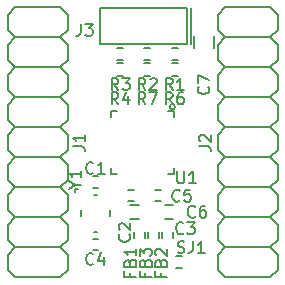
<source format=gto>
G04 #@! TF.GenerationSoftware,KiCad,Pcbnew,5.0.1-33cea8e~68~ubuntu18.04.1*
G04 #@! TF.CreationDate,2018-11-24T10:27:27+01:00*
G04 #@! TF.ProjectId,LPC82X_JHI33_2layer,4C50433832585F4A484933335F326C61,rev?*
G04 #@! TF.SameCoordinates,Original*
G04 #@! TF.FileFunction,Legend,Top*
G04 #@! TF.FilePolarity,Positive*
%FSLAX46Y46*%
G04 Gerber Fmt 4.6, Leading zero omitted, Abs format (unit mm)*
G04 Created by KiCad (PCBNEW 5.0.1-33cea8e~68~ubuntu18.04.1) date za 24 nov 2018 10:27:27 CET*
%MOMM*%
%LPD*%
G01*
G04 APERTURE LIST*
%ADD10C,0.150000*%
%ADD11C,0.152400*%
%ADD12C,0.127000*%
G04 APERTURE END LIST*
D10*
G04 #@! TO.C,Y1*
X83450000Y-110650000D02*
X83200000Y-110650000D01*
X83200000Y-110650000D02*
X83200000Y-110900000D01*
X83650000Y-112450000D02*
X83650000Y-112950000D01*
X84800000Y-114300000D02*
X85000000Y-114300000D01*
X86150000Y-112450000D02*
X86150000Y-112950000D01*
X85000000Y-111100000D02*
X84800000Y-111100000D01*
D11*
G04 #@! TO.C,J1*
X78105000Y-95250000D02*
X77470000Y-95885000D01*
X77470000Y-97155000D02*
X78105000Y-97790000D01*
X78105000Y-97790000D02*
X77470000Y-98425000D01*
X77470000Y-99695000D02*
X78105000Y-100330000D01*
X78105000Y-100330000D02*
X77470000Y-100965000D01*
X77470000Y-102235000D02*
X78105000Y-102870000D01*
X78105000Y-102870000D02*
X77470000Y-103505000D01*
X77470000Y-104775000D02*
X78105000Y-105410000D01*
X78105000Y-105410000D02*
X77470000Y-106045000D01*
X77470000Y-107315000D02*
X78105000Y-107950000D01*
X78105000Y-107950000D02*
X77470000Y-108585000D01*
X77470000Y-109855000D02*
X78105000Y-110490000D01*
X78105000Y-95250000D02*
X81915000Y-95250000D01*
X81915000Y-95250000D02*
X82550000Y-95885000D01*
X82550000Y-95885000D02*
X82550000Y-97155000D01*
X82550000Y-97155000D02*
X81915000Y-97790000D01*
X81915000Y-97790000D02*
X82550000Y-98425000D01*
X82550000Y-98425000D02*
X82550000Y-99695000D01*
X82550000Y-99695000D02*
X81915000Y-100330000D01*
X81915000Y-100330000D02*
X82550000Y-100965000D01*
X82550000Y-100965000D02*
X82550000Y-102235000D01*
X82550000Y-102235000D02*
X81915000Y-102870000D01*
X81915000Y-102870000D02*
X82550000Y-103505000D01*
X82550000Y-103505000D02*
X82550000Y-104775000D01*
X82550000Y-104775000D02*
X81915000Y-105410000D01*
X81915000Y-105410000D02*
X82550000Y-106045000D01*
X82550000Y-106045000D02*
X82550000Y-107315000D01*
X82550000Y-107315000D02*
X81915000Y-107950000D01*
X81915000Y-107950000D02*
X82550000Y-108585000D01*
X82550000Y-108585000D02*
X82550000Y-109855000D01*
X82550000Y-109855000D02*
X81915000Y-110490000D01*
X81915000Y-110490000D02*
X82550000Y-111125000D01*
X82550000Y-111125000D02*
X82550000Y-112395000D01*
X82550000Y-112395000D02*
X81915000Y-113030000D01*
X81915000Y-113030000D02*
X82550000Y-113665000D01*
X82550000Y-113665000D02*
X82550000Y-114935000D01*
X82550000Y-114935000D02*
X81915000Y-115570000D01*
X78105000Y-115570000D02*
X77470000Y-114935000D01*
X78105000Y-113030000D02*
X77470000Y-113665000D01*
X78105000Y-113030000D02*
X77470000Y-112395000D01*
X78105000Y-110490000D02*
X77470000Y-111125000D01*
X81915000Y-97790000D02*
X78105000Y-97790000D01*
X81915000Y-100330000D02*
X78105000Y-100330000D01*
X81915000Y-102870000D02*
X78105000Y-102870000D01*
X81915000Y-105410000D02*
X78105000Y-105410000D01*
X81915000Y-107950000D02*
X78105000Y-107950000D01*
X81915000Y-110490000D02*
X78105000Y-110490000D01*
X81915000Y-113030000D02*
X78105000Y-113030000D01*
X81915000Y-115570000D02*
X78105000Y-115570000D01*
X77470000Y-113665000D02*
X77470000Y-114935000D01*
X77470000Y-111125000D02*
X77470000Y-112395000D01*
X77470000Y-108585000D02*
X77470000Y-109855000D01*
X77470000Y-106045000D02*
X77470000Y-107315000D01*
X77470000Y-103505000D02*
X77470000Y-104775000D01*
X77470000Y-100965000D02*
X77470000Y-102235000D01*
X77470000Y-98425000D02*
X77470000Y-99695000D01*
X77470000Y-95885000D02*
X77470000Y-97155000D01*
X81915000Y-115570000D02*
X82550000Y-116205000D01*
X82550000Y-116205000D02*
X82550000Y-117475000D01*
X82550000Y-117475000D02*
X81915000Y-118110000D01*
X78105000Y-118110000D02*
X77470000Y-117475000D01*
X78105000Y-115570000D02*
X77470000Y-116205000D01*
X81915000Y-118110000D02*
X78105000Y-118110000D01*
X77470000Y-116205000D02*
X77470000Y-117475000D01*
D12*
G04 #@! TO.C,U1*
X91550000Y-104030000D02*
X91550000Y-104530000D01*
X86250000Y-104030000D02*
X86250000Y-104530000D01*
X91550000Y-104030000D02*
X91050000Y-104030000D01*
X86750000Y-104030000D02*
X86250000Y-104030000D01*
X91550000Y-109330000D02*
X91050000Y-109330000D01*
X86750000Y-109330000D02*
X86250000Y-109330000D01*
X91550000Y-108830000D02*
X91550000Y-109330000D01*
X86250000Y-108830000D02*
X86250000Y-109330000D01*
D10*
X91623600Y-103680000D02*
G75*
G03X91623600Y-103680000I-223600J0D01*
G01*
G04 #@! TO.C,C1*
X85150000Y-109575000D02*
X84650000Y-109575000D01*
X84650000Y-110525000D02*
X85150000Y-110525000D01*
G04 #@! TO.C,C4*
X85150000Y-114875000D02*
X84650000Y-114875000D01*
X84650000Y-115825000D02*
X85150000Y-115825000D01*
G04 #@! TO.C,C5*
X87650000Y-111675000D02*
X88150000Y-111675000D01*
X88150000Y-110725000D02*
X87650000Y-110725000D01*
G04 #@! TO.C,C6*
X89950000Y-111675000D02*
X90450000Y-111675000D01*
X90450000Y-110725000D02*
X89950000Y-110725000D01*
G04 #@! TO.C,FB1*
X89075000Y-114750000D02*
X89075000Y-114250000D01*
X88125000Y-114250000D02*
X88125000Y-114750000D01*
G04 #@! TO.C,FB2*
X90525000Y-114250000D02*
X90525000Y-114750000D01*
X91475000Y-114750000D02*
X91475000Y-114250000D01*
G04 #@! TO.C,FB3*
X90275000Y-114750000D02*
X90275000Y-114250000D01*
X89325000Y-114250000D02*
X89325000Y-114750000D01*
D11*
G04 #@! TO.C,J2*
X95250000Y-116205000D02*
X95250000Y-117475000D01*
X99695000Y-118110000D02*
X95885000Y-118110000D01*
X95885000Y-115570000D02*
X95250000Y-116205000D01*
X95885000Y-118110000D02*
X95250000Y-117475000D01*
X100330000Y-117475000D02*
X99695000Y-118110000D01*
X100330000Y-116205000D02*
X100330000Y-117475000D01*
X99695000Y-115570000D02*
X100330000Y-116205000D01*
X95250000Y-95885000D02*
X95250000Y-97155000D01*
X95250000Y-98425000D02*
X95250000Y-99695000D01*
X95250000Y-100965000D02*
X95250000Y-102235000D01*
X95250000Y-103505000D02*
X95250000Y-104775000D01*
X95250000Y-106045000D02*
X95250000Y-107315000D01*
X95250000Y-108585000D02*
X95250000Y-109855000D01*
X95250000Y-111125000D02*
X95250000Y-112395000D01*
X95250000Y-113665000D02*
X95250000Y-114935000D01*
X99695000Y-115570000D02*
X95885000Y-115570000D01*
X99695000Y-113030000D02*
X95885000Y-113030000D01*
X99695000Y-110490000D02*
X95885000Y-110490000D01*
X99695000Y-107950000D02*
X95885000Y-107950000D01*
X99695000Y-105410000D02*
X95885000Y-105410000D01*
X99695000Y-102870000D02*
X95885000Y-102870000D01*
X99695000Y-100330000D02*
X95885000Y-100330000D01*
X99695000Y-97790000D02*
X95885000Y-97790000D01*
X95885000Y-110490000D02*
X95250000Y-111125000D01*
X95885000Y-113030000D02*
X95250000Y-112395000D01*
X95885000Y-113030000D02*
X95250000Y-113665000D01*
X95885000Y-115570000D02*
X95250000Y-114935000D01*
X100330000Y-114935000D02*
X99695000Y-115570000D01*
X100330000Y-113665000D02*
X100330000Y-114935000D01*
X99695000Y-113030000D02*
X100330000Y-113665000D01*
X100330000Y-112395000D02*
X99695000Y-113030000D01*
X100330000Y-111125000D02*
X100330000Y-112395000D01*
X99695000Y-110490000D02*
X100330000Y-111125000D01*
X100330000Y-109855000D02*
X99695000Y-110490000D01*
X100330000Y-108585000D02*
X100330000Y-109855000D01*
X99695000Y-107950000D02*
X100330000Y-108585000D01*
X100330000Y-107315000D02*
X99695000Y-107950000D01*
X100330000Y-106045000D02*
X100330000Y-107315000D01*
X99695000Y-105410000D02*
X100330000Y-106045000D01*
X100330000Y-104775000D02*
X99695000Y-105410000D01*
X100330000Y-103505000D02*
X100330000Y-104775000D01*
X99695000Y-102870000D02*
X100330000Y-103505000D01*
X100330000Y-102235000D02*
X99695000Y-102870000D01*
X100330000Y-100965000D02*
X100330000Y-102235000D01*
X99695000Y-100330000D02*
X100330000Y-100965000D01*
X100330000Y-99695000D02*
X99695000Y-100330000D01*
X100330000Y-98425000D02*
X100330000Y-99695000D01*
X99695000Y-97790000D02*
X100330000Y-98425000D01*
X100330000Y-97155000D02*
X99695000Y-97790000D01*
X100330000Y-95885000D02*
X100330000Y-97155000D01*
X99695000Y-95250000D02*
X100330000Y-95885000D01*
X95885000Y-95250000D02*
X99695000Y-95250000D01*
X95250000Y-109855000D02*
X95885000Y-110490000D01*
X95885000Y-107950000D02*
X95250000Y-108585000D01*
X95250000Y-107315000D02*
X95885000Y-107950000D01*
X95885000Y-105410000D02*
X95250000Y-106045000D01*
X95250000Y-104775000D02*
X95885000Y-105410000D01*
X95885000Y-102870000D02*
X95250000Y-103505000D01*
X95250000Y-102235000D02*
X95885000Y-102870000D01*
X95885000Y-100330000D02*
X95250000Y-100965000D01*
X95250000Y-99695000D02*
X95885000Y-100330000D01*
X95885000Y-97790000D02*
X95250000Y-98425000D01*
X95250000Y-97155000D02*
X95885000Y-97790000D01*
X95885000Y-95250000D02*
X95250000Y-95885000D01*
D10*
G04 #@! TO.C,J3*
X93000000Y-98350000D02*
X93000000Y-95350000D01*
X92683000Y-95326000D02*
X92683000Y-98374000D01*
X85317000Y-95326000D02*
X92683000Y-95326000D01*
X85317000Y-98374000D02*
X85317000Y-95326000D01*
X92683000Y-98374000D02*
X85317000Y-98374000D01*
G04 #@! TO.C,R1*
X91350000Y-99725000D02*
X91850000Y-99725000D01*
X91850000Y-98675000D02*
X91350000Y-98675000D01*
G04 #@! TO.C,R2*
X89550000Y-98675000D02*
X89050000Y-98675000D01*
X89050000Y-99725000D02*
X89550000Y-99725000D01*
G04 #@! TO.C,R3*
X87250000Y-98675000D02*
X86750000Y-98675000D01*
X86750000Y-99725000D02*
X87250000Y-99725000D01*
G04 #@! TO.C,R4*
X86750000Y-101025000D02*
X87250000Y-101025000D01*
X87250000Y-99975000D02*
X86750000Y-99975000D01*
G04 #@! TO.C,R6*
X91350000Y-101025000D02*
X91850000Y-101025000D01*
X91850000Y-99975000D02*
X91350000Y-99975000D01*
G04 #@! TO.C,R7*
X89550000Y-99975000D02*
X89050000Y-99975000D01*
X89050000Y-101025000D02*
X89550000Y-101025000D01*
G04 #@! TO.C,C2*
X87850000Y-112000000D02*
X88550000Y-112000000D01*
X88550000Y-113200000D02*
X87850000Y-113200000D01*
G04 #@! TO.C,C3*
X90750000Y-112000000D02*
X91450000Y-112000000D01*
X91450000Y-113200000D02*
X90750000Y-113200000D01*
G04 #@! TO.C,C7*
X93250000Y-97700000D02*
X93250000Y-98700000D01*
X94950000Y-98700000D02*
X94950000Y-97700000D01*
G04 #@! TO.C,SJ1*
X91750000Y-117325000D02*
X92250000Y-117325000D01*
X92250000Y-116275000D02*
X91750000Y-116275000D01*
G04 #@! TO.C,Y1*
X83176190Y-110276190D02*
X83652380Y-110276190D01*
X82652380Y-110609523D02*
X83176190Y-110276190D01*
X82652380Y-109942857D01*
X83652380Y-109085714D02*
X83652380Y-109657142D01*
X83652380Y-109371428D02*
X82652380Y-109371428D01*
X82795238Y-109466666D01*
X82890476Y-109561904D01*
X82938095Y-109657142D01*
G04 #@! TO.C,J1*
X82972380Y-107033333D02*
X83686666Y-107033333D01*
X83829523Y-107080952D01*
X83924761Y-107176190D01*
X83972380Y-107319047D01*
X83972380Y-107414285D01*
X83972380Y-106033333D02*
X83972380Y-106604761D01*
X83972380Y-106319047D02*
X82972380Y-106319047D01*
X83115238Y-106414285D01*
X83210476Y-106509523D01*
X83258095Y-106604761D01*
G04 #@! TO.C,U1*
X91835595Y-109152380D02*
X91835595Y-109961904D01*
X91883214Y-110057142D01*
X91930833Y-110104761D01*
X92026071Y-110152380D01*
X92216547Y-110152380D01*
X92311785Y-110104761D01*
X92359404Y-110057142D01*
X92407023Y-109961904D01*
X92407023Y-109152380D01*
X93407023Y-110152380D02*
X92835595Y-110152380D01*
X93121309Y-110152380D02*
X93121309Y-109152380D01*
X93026071Y-109295238D01*
X92930833Y-109390476D01*
X92835595Y-109438095D01*
G04 #@! TO.C,C1*
X84733333Y-109257142D02*
X84685714Y-109304761D01*
X84542857Y-109352380D01*
X84447619Y-109352380D01*
X84304761Y-109304761D01*
X84209523Y-109209523D01*
X84161904Y-109114285D01*
X84114285Y-108923809D01*
X84114285Y-108780952D01*
X84161904Y-108590476D01*
X84209523Y-108495238D01*
X84304761Y-108400000D01*
X84447619Y-108352380D01*
X84542857Y-108352380D01*
X84685714Y-108400000D01*
X84733333Y-108447619D01*
X85685714Y-109352380D02*
X85114285Y-109352380D01*
X85400000Y-109352380D02*
X85400000Y-108352380D01*
X85304761Y-108495238D01*
X85209523Y-108590476D01*
X85114285Y-108638095D01*
G04 #@! TO.C,C4*
X84733333Y-116957142D02*
X84685714Y-117004761D01*
X84542857Y-117052380D01*
X84447619Y-117052380D01*
X84304761Y-117004761D01*
X84209523Y-116909523D01*
X84161904Y-116814285D01*
X84114285Y-116623809D01*
X84114285Y-116480952D01*
X84161904Y-116290476D01*
X84209523Y-116195238D01*
X84304761Y-116100000D01*
X84447619Y-116052380D01*
X84542857Y-116052380D01*
X84685714Y-116100000D01*
X84733333Y-116147619D01*
X85590476Y-116385714D02*
X85590476Y-117052380D01*
X85352380Y-116004761D02*
X85114285Y-116719047D01*
X85733333Y-116719047D01*
G04 #@! TO.C,C5*
X92033333Y-111607142D02*
X91985714Y-111654761D01*
X91842857Y-111702380D01*
X91747619Y-111702380D01*
X91604761Y-111654761D01*
X91509523Y-111559523D01*
X91461904Y-111464285D01*
X91414285Y-111273809D01*
X91414285Y-111130952D01*
X91461904Y-110940476D01*
X91509523Y-110845238D01*
X91604761Y-110750000D01*
X91747619Y-110702380D01*
X91842857Y-110702380D01*
X91985714Y-110750000D01*
X92033333Y-110797619D01*
X92938095Y-110702380D02*
X92461904Y-110702380D01*
X92414285Y-111178571D01*
X92461904Y-111130952D01*
X92557142Y-111083333D01*
X92795238Y-111083333D01*
X92890476Y-111130952D01*
X92938095Y-111178571D01*
X92985714Y-111273809D01*
X92985714Y-111511904D01*
X92938095Y-111607142D01*
X92890476Y-111654761D01*
X92795238Y-111702380D01*
X92557142Y-111702380D01*
X92461904Y-111654761D01*
X92414285Y-111607142D01*
G04 #@! TO.C,C6*
X93333333Y-112957142D02*
X93285714Y-113004761D01*
X93142857Y-113052380D01*
X93047619Y-113052380D01*
X92904761Y-113004761D01*
X92809523Y-112909523D01*
X92761904Y-112814285D01*
X92714285Y-112623809D01*
X92714285Y-112480952D01*
X92761904Y-112290476D01*
X92809523Y-112195238D01*
X92904761Y-112100000D01*
X93047619Y-112052380D01*
X93142857Y-112052380D01*
X93285714Y-112100000D01*
X93333333Y-112147619D01*
X94190476Y-112052380D02*
X94000000Y-112052380D01*
X93904761Y-112100000D01*
X93857142Y-112147619D01*
X93761904Y-112290476D01*
X93714285Y-112480952D01*
X93714285Y-112861904D01*
X93761904Y-112957142D01*
X93809523Y-113004761D01*
X93904761Y-113052380D01*
X94095238Y-113052380D01*
X94190476Y-113004761D01*
X94238095Y-112957142D01*
X94285714Y-112861904D01*
X94285714Y-112623809D01*
X94238095Y-112528571D01*
X94190476Y-112480952D01*
X94095238Y-112433333D01*
X93904761Y-112433333D01*
X93809523Y-112480952D01*
X93761904Y-112528571D01*
X93714285Y-112623809D01*
G04 #@! TO.C,FB1*
X87828571Y-117733333D02*
X87828571Y-118066666D01*
X88352380Y-118066666D02*
X87352380Y-118066666D01*
X87352380Y-117590476D01*
X87828571Y-116876190D02*
X87876190Y-116733333D01*
X87923809Y-116685714D01*
X88019047Y-116638095D01*
X88161904Y-116638095D01*
X88257142Y-116685714D01*
X88304761Y-116733333D01*
X88352380Y-116828571D01*
X88352380Y-117209523D01*
X87352380Y-117209523D01*
X87352380Y-116876190D01*
X87400000Y-116780952D01*
X87447619Y-116733333D01*
X87542857Y-116685714D01*
X87638095Y-116685714D01*
X87733333Y-116733333D01*
X87780952Y-116780952D01*
X87828571Y-116876190D01*
X87828571Y-117209523D01*
X88352380Y-115685714D02*
X88352380Y-116257142D01*
X88352380Y-115971428D02*
X87352380Y-115971428D01*
X87495238Y-116066666D01*
X87590476Y-116161904D01*
X87638095Y-116257142D01*
G04 #@! TO.C,FB2*
X90428571Y-117733333D02*
X90428571Y-118066666D01*
X90952380Y-118066666D02*
X89952380Y-118066666D01*
X89952380Y-117590476D01*
X90428571Y-116876190D02*
X90476190Y-116733333D01*
X90523809Y-116685714D01*
X90619047Y-116638095D01*
X90761904Y-116638095D01*
X90857142Y-116685714D01*
X90904761Y-116733333D01*
X90952380Y-116828571D01*
X90952380Y-117209523D01*
X89952380Y-117209523D01*
X89952380Y-116876190D01*
X90000000Y-116780952D01*
X90047619Y-116733333D01*
X90142857Y-116685714D01*
X90238095Y-116685714D01*
X90333333Y-116733333D01*
X90380952Y-116780952D01*
X90428571Y-116876190D01*
X90428571Y-117209523D01*
X90047619Y-116257142D02*
X90000000Y-116209523D01*
X89952380Y-116114285D01*
X89952380Y-115876190D01*
X90000000Y-115780952D01*
X90047619Y-115733333D01*
X90142857Y-115685714D01*
X90238095Y-115685714D01*
X90380952Y-115733333D01*
X90952380Y-116304761D01*
X90952380Y-115685714D01*
G04 #@! TO.C,FB3*
X89128571Y-117733333D02*
X89128571Y-118066666D01*
X89652380Y-118066666D02*
X88652380Y-118066666D01*
X88652380Y-117590476D01*
X89128571Y-116876190D02*
X89176190Y-116733333D01*
X89223809Y-116685714D01*
X89319047Y-116638095D01*
X89461904Y-116638095D01*
X89557142Y-116685714D01*
X89604761Y-116733333D01*
X89652380Y-116828571D01*
X89652380Y-117209523D01*
X88652380Y-117209523D01*
X88652380Y-116876190D01*
X88700000Y-116780952D01*
X88747619Y-116733333D01*
X88842857Y-116685714D01*
X88938095Y-116685714D01*
X89033333Y-116733333D01*
X89080952Y-116780952D01*
X89128571Y-116876190D01*
X89128571Y-117209523D01*
X88652380Y-116304761D02*
X88652380Y-115685714D01*
X89033333Y-116019047D01*
X89033333Y-115876190D01*
X89080952Y-115780952D01*
X89128571Y-115733333D01*
X89223809Y-115685714D01*
X89461904Y-115685714D01*
X89557142Y-115733333D01*
X89604761Y-115780952D01*
X89652380Y-115876190D01*
X89652380Y-116161904D01*
X89604761Y-116257142D01*
X89557142Y-116304761D01*
G04 #@! TO.C,J2*
X93682380Y-107033333D02*
X94396666Y-107033333D01*
X94539523Y-107080952D01*
X94634761Y-107176190D01*
X94682380Y-107319047D01*
X94682380Y-107414285D01*
X93777619Y-106604761D02*
X93730000Y-106557142D01*
X93682380Y-106461904D01*
X93682380Y-106223809D01*
X93730000Y-106128571D01*
X93777619Y-106080952D01*
X93872857Y-106033333D01*
X93968095Y-106033333D01*
X94110952Y-106080952D01*
X94682380Y-106652380D01*
X94682380Y-106033333D01*
G04 #@! TO.C,J3*
X83666666Y-96652380D02*
X83666666Y-97366666D01*
X83619047Y-97509523D01*
X83523809Y-97604761D01*
X83380952Y-97652380D01*
X83285714Y-97652380D01*
X84047619Y-96652380D02*
X84666666Y-96652380D01*
X84333333Y-97033333D01*
X84476190Y-97033333D01*
X84571428Y-97080952D01*
X84619047Y-97128571D01*
X84666666Y-97223809D01*
X84666666Y-97461904D01*
X84619047Y-97557142D01*
X84571428Y-97604761D01*
X84476190Y-97652380D01*
X84190476Y-97652380D01*
X84095238Y-97604761D01*
X84047619Y-97557142D01*
G04 #@! TO.C,R1*
X91433333Y-102252380D02*
X91100000Y-101776190D01*
X90861904Y-102252380D02*
X90861904Y-101252380D01*
X91242857Y-101252380D01*
X91338095Y-101300000D01*
X91385714Y-101347619D01*
X91433333Y-101442857D01*
X91433333Y-101585714D01*
X91385714Y-101680952D01*
X91338095Y-101728571D01*
X91242857Y-101776190D01*
X90861904Y-101776190D01*
X92385714Y-102252380D02*
X91814285Y-102252380D01*
X92100000Y-102252380D02*
X92100000Y-101252380D01*
X92004761Y-101395238D01*
X91909523Y-101490476D01*
X91814285Y-101538095D01*
G04 #@! TO.C,R2*
X89133333Y-102252380D02*
X88800000Y-101776190D01*
X88561904Y-102252380D02*
X88561904Y-101252380D01*
X88942857Y-101252380D01*
X89038095Y-101300000D01*
X89085714Y-101347619D01*
X89133333Y-101442857D01*
X89133333Y-101585714D01*
X89085714Y-101680952D01*
X89038095Y-101728571D01*
X88942857Y-101776190D01*
X88561904Y-101776190D01*
X89514285Y-101347619D02*
X89561904Y-101300000D01*
X89657142Y-101252380D01*
X89895238Y-101252380D01*
X89990476Y-101300000D01*
X90038095Y-101347619D01*
X90085714Y-101442857D01*
X90085714Y-101538095D01*
X90038095Y-101680952D01*
X89466666Y-102252380D01*
X90085714Y-102252380D01*
G04 #@! TO.C,R3*
X86833333Y-102252380D02*
X86500000Y-101776190D01*
X86261904Y-102252380D02*
X86261904Y-101252380D01*
X86642857Y-101252380D01*
X86738095Y-101300000D01*
X86785714Y-101347619D01*
X86833333Y-101442857D01*
X86833333Y-101585714D01*
X86785714Y-101680952D01*
X86738095Y-101728571D01*
X86642857Y-101776190D01*
X86261904Y-101776190D01*
X87166666Y-101252380D02*
X87785714Y-101252380D01*
X87452380Y-101633333D01*
X87595238Y-101633333D01*
X87690476Y-101680952D01*
X87738095Y-101728571D01*
X87785714Y-101823809D01*
X87785714Y-102061904D01*
X87738095Y-102157142D01*
X87690476Y-102204761D01*
X87595238Y-102252380D01*
X87309523Y-102252380D01*
X87214285Y-102204761D01*
X87166666Y-102157142D01*
G04 #@! TO.C,R4*
X86833333Y-103452380D02*
X86500000Y-102976190D01*
X86261904Y-103452380D02*
X86261904Y-102452380D01*
X86642857Y-102452380D01*
X86738095Y-102500000D01*
X86785714Y-102547619D01*
X86833333Y-102642857D01*
X86833333Y-102785714D01*
X86785714Y-102880952D01*
X86738095Y-102928571D01*
X86642857Y-102976190D01*
X86261904Y-102976190D01*
X87690476Y-102785714D02*
X87690476Y-103452380D01*
X87452380Y-102404761D02*
X87214285Y-103119047D01*
X87833333Y-103119047D01*
G04 #@! TO.C,R6*
X91433333Y-103452380D02*
X91100000Y-102976190D01*
X90861904Y-103452380D02*
X90861904Y-102452380D01*
X91242857Y-102452380D01*
X91338095Y-102500000D01*
X91385714Y-102547619D01*
X91433333Y-102642857D01*
X91433333Y-102785714D01*
X91385714Y-102880952D01*
X91338095Y-102928571D01*
X91242857Y-102976190D01*
X90861904Y-102976190D01*
X92290476Y-102452380D02*
X92100000Y-102452380D01*
X92004761Y-102500000D01*
X91957142Y-102547619D01*
X91861904Y-102690476D01*
X91814285Y-102880952D01*
X91814285Y-103261904D01*
X91861904Y-103357142D01*
X91909523Y-103404761D01*
X92004761Y-103452380D01*
X92195238Y-103452380D01*
X92290476Y-103404761D01*
X92338095Y-103357142D01*
X92385714Y-103261904D01*
X92385714Y-103023809D01*
X92338095Y-102928571D01*
X92290476Y-102880952D01*
X92195238Y-102833333D01*
X92004761Y-102833333D01*
X91909523Y-102880952D01*
X91861904Y-102928571D01*
X91814285Y-103023809D01*
G04 #@! TO.C,R7*
X89133333Y-103452380D02*
X88800000Y-102976190D01*
X88561904Y-103452380D02*
X88561904Y-102452380D01*
X88942857Y-102452380D01*
X89038095Y-102500000D01*
X89085714Y-102547619D01*
X89133333Y-102642857D01*
X89133333Y-102785714D01*
X89085714Y-102880952D01*
X89038095Y-102928571D01*
X88942857Y-102976190D01*
X88561904Y-102976190D01*
X89466666Y-102452380D02*
X90133333Y-102452380D01*
X89704761Y-103452380D01*
G04 #@! TO.C,C2*
X87757142Y-114466666D02*
X87804761Y-114514285D01*
X87852380Y-114657142D01*
X87852380Y-114752380D01*
X87804761Y-114895238D01*
X87709523Y-114990476D01*
X87614285Y-115038095D01*
X87423809Y-115085714D01*
X87280952Y-115085714D01*
X87090476Y-115038095D01*
X86995238Y-114990476D01*
X86900000Y-114895238D01*
X86852380Y-114752380D01*
X86852380Y-114657142D01*
X86900000Y-114514285D01*
X86947619Y-114466666D01*
X86947619Y-114085714D02*
X86900000Y-114038095D01*
X86852380Y-113942857D01*
X86852380Y-113704761D01*
X86900000Y-113609523D01*
X86947619Y-113561904D01*
X87042857Y-113514285D01*
X87138095Y-113514285D01*
X87280952Y-113561904D01*
X87852380Y-114133333D01*
X87852380Y-113514285D01*
G04 #@! TO.C,C3*
X92333333Y-114357142D02*
X92285714Y-114404761D01*
X92142857Y-114452380D01*
X92047619Y-114452380D01*
X91904761Y-114404761D01*
X91809523Y-114309523D01*
X91761904Y-114214285D01*
X91714285Y-114023809D01*
X91714285Y-113880952D01*
X91761904Y-113690476D01*
X91809523Y-113595238D01*
X91904761Y-113500000D01*
X92047619Y-113452380D01*
X92142857Y-113452380D01*
X92285714Y-113500000D01*
X92333333Y-113547619D01*
X92666666Y-113452380D02*
X93285714Y-113452380D01*
X92952380Y-113833333D01*
X93095238Y-113833333D01*
X93190476Y-113880952D01*
X93238095Y-113928571D01*
X93285714Y-114023809D01*
X93285714Y-114261904D01*
X93238095Y-114357142D01*
X93190476Y-114404761D01*
X93095238Y-114452380D01*
X92809523Y-114452380D01*
X92714285Y-114404761D01*
X92666666Y-114357142D01*
G04 #@! TO.C,C7*
X94457142Y-101966666D02*
X94504761Y-102014285D01*
X94552380Y-102157142D01*
X94552380Y-102252380D01*
X94504761Y-102395238D01*
X94409523Y-102490476D01*
X94314285Y-102538095D01*
X94123809Y-102585714D01*
X93980952Y-102585714D01*
X93790476Y-102538095D01*
X93695238Y-102490476D01*
X93600000Y-102395238D01*
X93552380Y-102252380D01*
X93552380Y-102157142D01*
X93600000Y-102014285D01*
X93647619Y-101966666D01*
X93552380Y-101633333D02*
X93552380Y-100966666D01*
X94552380Y-101395238D01*
G04 #@! TO.C,SJ1*
X91857142Y-116004761D02*
X92000000Y-116052380D01*
X92238095Y-116052380D01*
X92333333Y-116004761D01*
X92380952Y-115957142D01*
X92428571Y-115861904D01*
X92428571Y-115766666D01*
X92380952Y-115671428D01*
X92333333Y-115623809D01*
X92238095Y-115576190D01*
X92047619Y-115528571D01*
X91952380Y-115480952D01*
X91904761Y-115433333D01*
X91857142Y-115338095D01*
X91857142Y-115242857D01*
X91904761Y-115147619D01*
X91952380Y-115100000D01*
X92047619Y-115052380D01*
X92285714Y-115052380D01*
X92428571Y-115100000D01*
X93142857Y-115052380D02*
X93142857Y-115766666D01*
X93095238Y-115909523D01*
X93000000Y-116004761D01*
X92857142Y-116052380D01*
X92761904Y-116052380D01*
X94142857Y-116052380D02*
X93571428Y-116052380D01*
X93857142Y-116052380D02*
X93857142Y-115052380D01*
X93761904Y-115195238D01*
X93666666Y-115290476D01*
X93571428Y-115338095D01*
G04 #@! TD*
M02*

</source>
